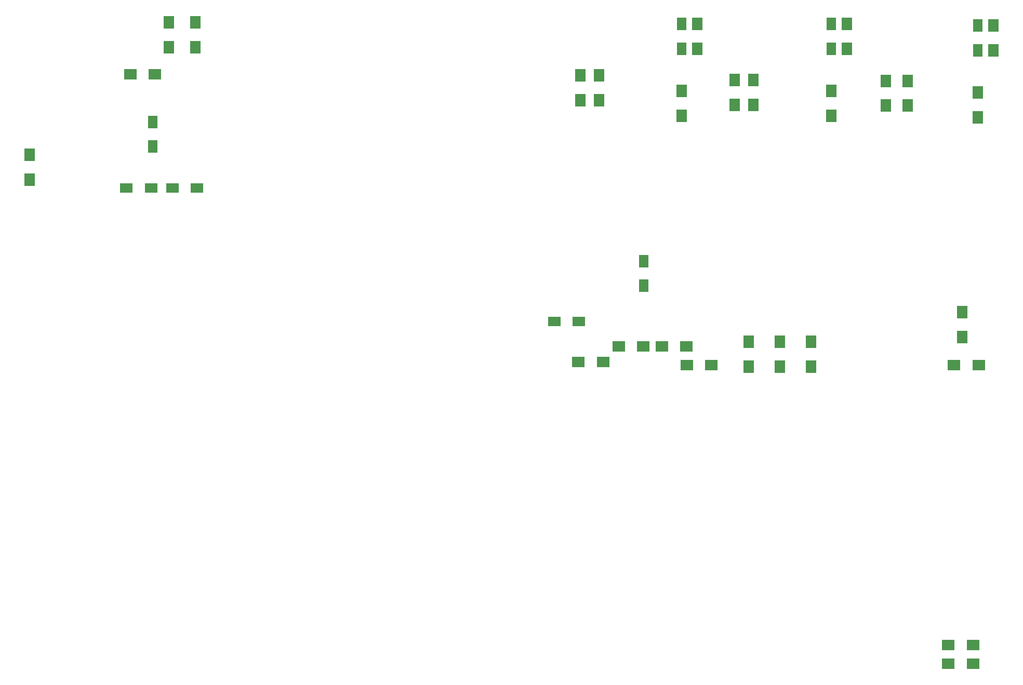
<source format=gbp>
G04 #@! TF.FileFunction,Paste,Bot*
%FSLAX46Y46*%
G04 Gerber Fmt 4.6, Leading zero omitted, Abs format (unit mm)*
G04 Created by KiCad (PCBNEW 4.0.6) date 2017 August 07, Monday 22:44:53*
%MOMM*%
%LPD*%
G01*
G04 APERTURE LIST*
%ADD10C,0.100000*%
%ADD11R,2.000000X1.600000*%
%ADD12R,1.600000X2.000000*%
%ADD13R,1.700000X2.000000*%
%ADD14R,2.000000X1.700000*%
G04 APERTURE END LIST*
D10*
D11*
X131350000Y-61849000D03*
X135350000Y-61849000D03*
X138843000Y-61849000D03*
X142843000Y-61849000D03*
D12*
X135636000Y-51047900D03*
X135636000Y-55047900D03*
D13*
X138303000Y-38830000D03*
X138303000Y-34830000D03*
X115570000Y-60420000D03*
X115570000Y-56420000D03*
D14*
X131985000Y-43307000D03*
X135985000Y-43307000D03*
D13*
X142621000Y-38830000D03*
X142621000Y-34830000D03*
D14*
X269292000Y-136329000D03*
X265292000Y-136329000D03*
X269292000Y-139329000D03*
X265292000Y-139329000D03*
D12*
X215620600Y-77768200D03*
X215620600Y-73768200D03*
D11*
X205073000Y-83566000D03*
X201073000Y-83566000D03*
D12*
X270129000Y-35338000D03*
X270129000Y-39338000D03*
X246253000Y-35084000D03*
X246253000Y-39084000D03*
X221869000Y-35084000D03*
X221869000Y-39084000D03*
D13*
X205359000Y-43466000D03*
X205359000Y-47466000D03*
X230505000Y-44228000D03*
X230505000Y-48228000D03*
X258699000Y-44355000D03*
X258699000Y-48355000D03*
X224409000Y-35084000D03*
X224409000Y-39084000D03*
X221869000Y-50006000D03*
X221869000Y-46006000D03*
X248793000Y-35084000D03*
X248793000Y-39084000D03*
X246253000Y-50006000D03*
X246253000Y-46006000D03*
X272669000Y-35338000D03*
X272669000Y-39338000D03*
X270129000Y-50260000D03*
X270129000Y-46260000D03*
X208407000Y-47466000D03*
X208407000Y-43466000D03*
X233553000Y-48228000D03*
X233553000Y-44228000D03*
X255143000Y-48355000D03*
X255143000Y-44355000D03*
X232791000Y-90900000D03*
X232791000Y-86900000D03*
X237871000Y-90900000D03*
X237871000Y-86900000D03*
X242951000Y-90900000D03*
X242951000Y-86900000D03*
D14*
X215563200Y-87655400D03*
X211563200Y-87655400D03*
D13*
X267589000Y-82074000D03*
X267589000Y-86074000D03*
D14*
X209010000Y-90170000D03*
X205010000Y-90170000D03*
X270224000Y-90678000D03*
X266224000Y-90678000D03*
X226663000Y-90678000D03*
X222663000Y-90678000D03*
X218599000Y-87630000D03*
X222599000Y-87630000D03*
M02*

</source>
